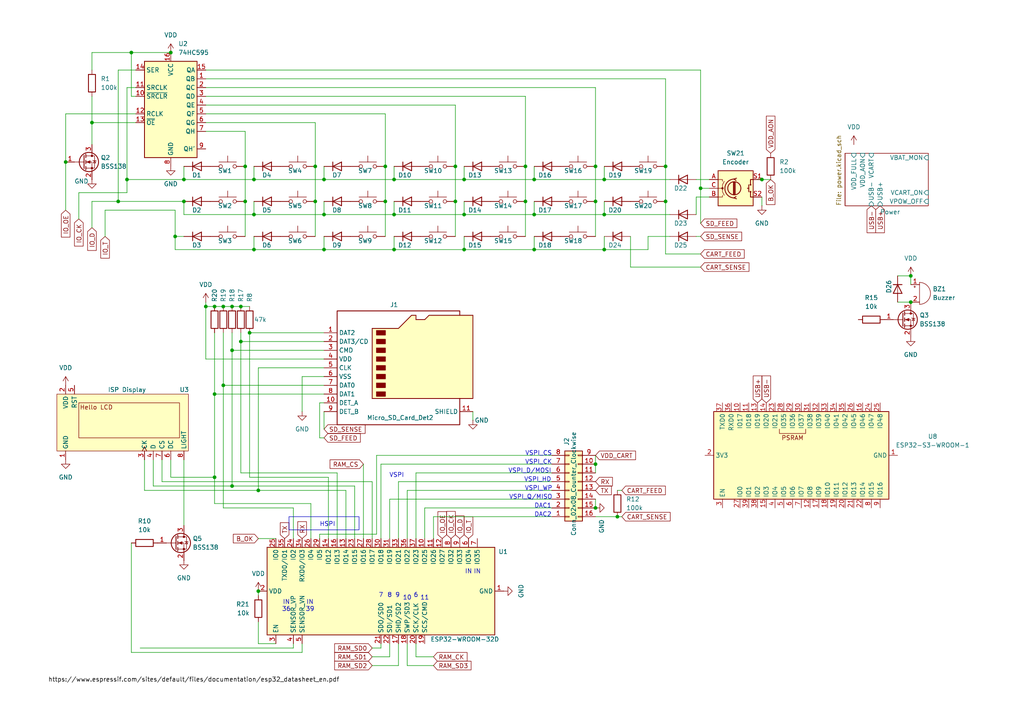
<source format=kicad_sch>
(kicad_sch (version 20231120) (generator "eeschema") (generator_version "8.0")
  (paper "A4")
  (title_block (title "Main"))
  (junction (at 114.3 72.39))
  (junction (at 152.4 58.42))
  (junction (at 73.66 62.23))
  (junction (at 175.26 52.07))
  (junction (at 114.3 52.07))
  (junction (at 134.62 72.39))
  (junction (at 64.77 111.76))
  (junction (at 264.16 80.01))
  (junction (at 134.62 52.07))
  (junction (at 111.76 48.26))
  (junction (at 73.66 72.39))
  (junction (at 62.23 88.9))
  (junction (at 154.94 72.39))
  (junction (at 172.72 58.42))
  (junction (at 64.77 88.9))
  (junction (at 172.72 147.32))
  (junction (at 67.31 101.6))
  (junction (at 74.93 142.24))
  (junction (at 93.98 72.39))
  (junction (at 175.26 72.39))
  (junction (at 203.2 54.61))
  (junction (at 69.85 88.9))
  (junction (at 26.67 35.56))
  (junction (at 132.08 48.26))
  (junction (at 179.07 149.86))
  (junction (at 93.98 62.23))
  (junction (at 172.72 48.26))
  (junction (at 36.83 52.07))
  (junction (at 69.85 99.06))
  (junction (at 38.1 15.24))
  (junction (at 154.94 62.23))
  (junction (at 93.98 52.07))
  (junction (at 62.23 138.43))
  (junction (at 111.76 58.42))
  (junction (at 172.72 134.62))
  (junction (at 264.16 87.63))
  (junction (at 220.98 52.07))
  (junction (at 67.31 140.97))
  (junction (at 49.53 15.24))
  (junction (at 114.3 62.23))
  (junction (at 19.05 46.99))
  (junction (at 59.69 88.9))
  (junction (at 193.04 58.42))
  (junction (at 72.39 96.52))
  (junction (at 34.29 58.42))
  (junction (at 71.12 58.42))
  (junction (at 175.26 62.23))
  (junction (at 193.04 48.26))
  (junction (at 67.31 88.9))
  (junction (at 73.66 52.07))
  (junction (at 91.44 58.42))
  (junction (at 62.23 114.3))
  (junction (at 91.44 48.26))
  (junction (at 132.08 58.42))
  (junction (at 154.94 52.07))
  (junction (at 74.93 171.45))
  (junction (at 53.34 52.07))
  (junction (at 50.8 68.58))
  (junction (at 71.12 48.26))
  (junction (at 152.4 48.26))
  (junction (at 134.62 62.23))
  (junction (at 53.34 58.42))
  (wire (pts (xy 91.44 48.26) (xy 91.44 58.42)))
  (wire (pts (xy 34.29 20.32) (xy 39.37 20.32)))
  (wire (pts (xy 46.99 139.7) (xy 107.95 139.7)))
  (wire (pts (xy 38.1 189.23) (xy 87.63 189.23)))
  (wire (pts (xy 123.19 156.21) (xy 123.19 147.32)))
  (wire (pts (xy 74.93 171.45) (xy 74.93 172.72)))
  (wire (pts (xy 38.1 27.94) (xy 38.1 15.24)))
  (wire (pts (xy 172.72 132.08) (xy 172.72 134.62)))
  (wire (pts (xy 154.94 52.07) (xy 154.94 48.26)))
  (wire (pts (xy 67.31 88.9) (xy 69.85 88.9)))
  (wire (pts (xy 134.62 52.07) (xy 134.62 48.26)))
  (wire (pts (xy 132.08 58.42) (xy 132.08 68.58)))
  (wire (pts (xy 53.34 133.35) (xy 53.34 152.4)))
  (wire (pts (xy 172.72 149.86) (xy 179.07 149.86)))
  (wire (pts (xy 93.98 101.6) (xy 67.31 101.6)))
  (wire (pts (xy 72.39 96.52) (xy 72.39 138.43)))
  (wire (pts (xy 114.3 62.23) (xy 93.98 62.23)))
  (wire (pts (xy 111.76 48.26) (xy 111.76 58.42)))
  (wire (pts (xy 132.08 30.48) (xy 132.08 48.26)))
  (wire (pts (xy 160.02 137.16) (xy 120.65 137.16)))
  (wire (pts (xy 118.11 142.24) (xy 118.11 156.21)))
  (wire (pts (xy 26.67 66.04) (xy 26.67 58.42)))
  (wire (pts (xy 73.66 62.23) (xy 53.34 62.23)))
  (wire (pts (xy 115.57 139.7) (xy 115.57 156.21)))
  (wire (pts (xy 125.73 156.21) (xy 125.73 149.86)))
  (wire (pts (xy 193.04 58.42) (xy 193.04 73.66)))
  (wire (pts (xy 125.73 149.86) (xy 160.02 149.86)))
  (wire (pts (xy 175.26 52.07) (xy 175.26 48.26)))
  (wire (pts (xy 92.71 127) (xy 93.98 127)))
  (wire (pts (xy 59.69 88.9) (xy 59.69 87.63)))
  (wire (pts (xy 41.91 142.24) (xy 74.93 142.24)))
  (wire (pts (xy 44.45 140.97) (xy 67.31 140.97)))
  (wire (pts (xy 73.66 72.39) (xy 93.98 72.39)))
  (wire (pts (xy 193.04 22.86) (xy 193.04 48.26)))
  (wire (pts (xy 41.91 133.35) (xy 41.91 142.24)))
  (wire (pts (xy 93.98 72.39) (xy 93.98 68.58)))
  (wire (pts (xy 64.77 111.76) (xy 64.77 96.52)))
  (wire (pts (xy 91.44 58.42) (xy 91.44 68.58)))
  (wire (pts (xy 59.69 27.94) (xy 152.4 27.94)))
  (wire (pts (xy 93.98 106.68) (xy 74.93 106.68)))
  (wire (pts (xy 175.26 72.39) (xy 175.26 68.58)))
  (wire (pts (xy 120.65 137.16) (xy 120.65 156.21)))
  (wire (pts (xy 182.88 68.58) (xy 182.88 77.47)))
  (wire (pts (xy 30.48 60.96) (xy 30.48 68.58)))
  (wire (pts (xy 93.98 111.76) (xy 64.77 111.76)))
  (wire (pts (xy 152.4 58.42) (xy 152.4 68.58)))
  (wire (pts (xy 172.72 134.62) (xy 172.72 137.16)))
  (wire (pts (xy 73.66 52.07) (xy 93.98 52.07)))
  (wire (pts (xy 34.29 58.42) (xy 34.29 20.32)))
  (wire (pts (xy 73.66 72.39) (xy 73.66 68.58)))
  (wire (pts (xy 134.62 52.07) (xy 154.94 52.07)))
  (wire (pts (xy 180.34 142.24) (xy 179.07 142.24)))
  (wire (pts (xy 91.44 35.56) (xy 91.44 48.26)))
  (wire (pts (xy 175.26 62.23) (xy 194.31 62.23)))
  (wire (pts (xy 160.02 132.08) (xy 109.22 132.08)))
  (wire (pts (xy 118.11 193.04) (xy 118.11 186.69)))
  (wire (pts (xy 39.37 27.94) (xy 38.1 27.94)))
  (wire (pts (xy 26.67 35.56) (xy 26.67 41.91)))
  (wire (pts (xy 59.69 30.48) (xy 132.08 30.48)))
  (wire (pts (xy 114.3 52.07) (xy 134.62 52.07)))
  (wire (pts (xy 38.1 157.48) (xy 38.1 189.23)))
  (wire (pts (xy 154.94 72.39) (xy 175.26 72.39)))
  (wire (pts (xy 30.48 60.96) (xy 50.8 60.96)))
  (wire (pts (xy 64.77 88.9) (xy 67.31 88.9)))
  (wire (pts (xy 187.96 68.58) (xy 194.31 68.58)))
  (wire (pts (xy 46.99 133.35) (xy 46.99 139.7)))
  (wire (pts (xy 175.26 58.42) (xy 175.26 62.23)))
  (wire (pts (xy 201.93 57.15) (xy 205.74 57.15)))
  (wire (pts (xy 111.76 58.42) (xy 111.76 68.58)))
  (wire (pts (xy 203.2 20.32) (xy 59.69 20.32)))
  (wire (pts (xy 134.62 72.39) (xy 154.94 72.39)))
  (wire (pts (xy 114.3 52.07) (xy 114.3 48.26)))
  (wire (pts (xy 203.2 54.61) (xy 203.2 64.77)))
  (wire (pts (xy 64.77 147.32) (xy 85.09 147.32)))
  (wire (pts (xy 260.35 80.01) (xy 264.16 80.01)))
  (wire (pts (xy 72.39 138.43) (xy 95.25 138.43)))
  (wire (pts (xy 97.79 156.21) (xy 97.79 137.16)))
  (wire (pts (xy 100.33 142.24) (xy 100.33 156.21)))
  (wire (pts (xy 105.41 134.62) (xy 105.41 156.21)))
  (wire (pts (xy 59.69 88.9) (xy 62.23 88.9)))
  (wire (pts (xy 69.85 137.16) (xy 69.85 99.06)))
  (wire (pts (xy 111.76 33.02) (xy 111.76 48.26)))
  (wire (pts (xy 95.25 138.43) (xy 95.25 156.21)))
  (wire (pts (xy 62.23 138.43) (xy 62.23 146.05)))
  (wire (pts (xy 114.3 72.39) (xy 114.3 68.58)))
  (wire (pts (xy 92.71 154.94) (xy 92.71 156.21)))
  (wire (pts (xy 203.2 68.58) (xy 201.93 68.58)))
  (wire (pts (xy 50.8 60.96) (xy 50.8 68.58)))
  (wire (pts (xy 69.85 96.52) (xy 69.85 99.06)))
  (wire (pts (xy 49.53 15.24) (xy 38.1 15.24)))
  (wire (pts (xy 205.74 54.61) (xy 203.2 54.61)))
  (wire (pts (xy 71.12 58.42) (xy 71.12 68.58)))
  (wire (pts (xy 109.22 154.94) (xy 92.71 154.94)))
  (wire (pts (xy 72.39 96.52) (xy 93.98 96.52)))
  (wire (pts (xy 34.29 58.42) (xy 53.34 58.42)))
  (wire (pts (xy 201.93 52.07) (xy 205.74 52.07)))
  (wire (pts (xy 172.72 58.42) (xy 172.72 68.58)))
  (wire (pts (xy 92.71 127) (xy 92.71 116.84)))
  (wire (pts (xy 74.93 142.24) (xy 100.33 142.24)))
  (wire (pts (xy 97.79 137.16) (xy 69.85 137.16)))
  (wire (pts (xy 67.31 101.6) (xy 67.31 96.52)))
  (wire (pts (xy 113.03 190.5) (xy 113.03 186.69)))
  (wire (pts (xy 115.57 193.04) (xy 115.57 186.69)))
  (wire (pts (xy 67.31 140.97) (xy 102.87 140.97)))
  (wire (pts (xy 69.85 88.9) (xy 72.39 88.9)))
  (wire (pts (xy 110.49 134.62) (xy 110.49 156.21)))
  (wire (pts (xy 107.95 190.5) (xy 113.03 190.5)))
  (wire (pts (xy 87.63 109.22) (xy 93.98 109.22)))
  (wire (pts (xy 71.12 38.1) (xy 71.12 48.26)))
  (wire (pts (xy 19.05 60.96) (xy 19.05 46.99)))
  (wire (pts (xy 109.22 132.08) (xy 109.22 154.94)))
  (wire (pts (xy 87.63 189.23) (xy 87.63 186.69)))
  (wire (pts (xy 93.98 99.06) (xy 69.85 99.06)))
  (wire (pts (xy 134.62 62.23) (xy 134.62 58.42)))
  (wire (pts (xy 93.98 114.3) (xy 62.23 114.3)))
  (wire (pts (xy 19.05 33.02) (xy 19.05 46.99)))
  (wire (pts (xy 26.67 58.42) (xy 34.29 58.42)))
  (wire (pts (xy 40.64 187.96) (xy 85.09 187.96)))
  (wire (pts (xy 114.3 72.39) (xy 134.62 72.39)))
  (wire (pts (xy 59.69 25.4) (xy 172.72 25.4)))
  (wire (pts (xy 93.98 62.23) (xy 93.98 58.42)))
  (wire (pts (xy 137.16 121.92) (xy 137.16 119.38)))
  (wire (pts (xy 74.93 180.34) (xy 74.93 186.69)))
  (wire (pts (xy 71.12 48.26) (xy 71.12 58.42)))
  (wire (pts (xy 85.09 187.96) (xy 85.09 186.69)))
  (wire (pts (xy 36.83 25.4) (xy 39.37 25.4)))
  (wire (pts (xy 160.02 134.62) (xy 110.49 134.62)))
  (wire (pts (xy 175.26 72.39) (xy 187.96 72.39)))
  (wire (pts (xy 62.23 114.3) (xy 62.23 138.43)))
  (wire (pts (xy 59.69 22.86) (xy 193.04 22.86)))
  (wire (pts (xy 73.66 52.07) (xy 73.66 48.26)))
  (wire (pts (xy 113.03 144.78) (xy 113.03 156.21)))
  (wire (pts (xy 264.16 80.01) (xy 264.16 82.55)))
  (wire (pts (xy 22.86 63.5) (xy 22.86 55.88)))
  (wire (pts (xy 154.94 52.07) (xy 175.26 52.07)))
  (wire (pts (xy 125.73 190.5) (xy 120.65 190.5)))
  (wire (pts (xy 154.94 62.23) (xy 134.62 62.23)))
  (wire (pts (xy 134.62 62.23) (xy 114.3 62.23)))
  (wire (pts (xy 36.83 52.07) (xy 53.34 52.07)))
  (wire (pts (xy 93.98 104.14) (xy 59.69 104.14)))
  (wire (pts (xy 50.8 68.58) (xy 50.8 72.39)))
  (wire (pts (xy 123.19 147.32) (xy 160.02 147.32)))
  (wire (pts (xy 160.02 144.78) (xy 113.03 144.78)))
  (wire (pts (xy 175.26 52.07) (xy 194.31 52.07)))
  (wire (pts (xy 203.2 77.47) (xy 182.88 77.47)))
  (wire (pts (xy 50.8 68.58) (xy 53.34 68.58)))
  (wire (pts (xy 193.04 73.66) (xy 203.2 73.66)))
  (wire (pts (xy 154.94 62.23) (xy 154.94 58.42)))
  (wire (pts (xy 107.95 156.21) (xy 107.95 139.7)))
  (wire (pts (xy 62.23 146.05) (xy 90.17 146.05)))
  (wire (pts (xy 26.67 35.56) (xy 39.37 35.56)))
  (wire (pts (xy 64.77 111.76) (xy 64.77 147.32)))
  (wire (pts (xy 44.45 133.35) (xy 44.45 140.97)))
  (wire (pts (xy 152.4 48.26) (xy 152.4 58.42)))
  (wire (pts (xy 59.69 38.1) (xy 71.12 38.1)))
  (wire (pts (xy 132.08 48.26) (xy 132.08 58.42)))
  (wire (pts (xy 179.07 149.86) (xy 180.34 149.86)))
  (wire (pts (xy 172.72 144.78) (xy 172.72 147.32)))
  (wire (pts (xy 219.71 52.07) (xy 220.98 52.07)))
  (wire (pts (xy 62.23 88.9) (xy 64.77 88.9)))
  (wire (pts (xy 62.23 114.3) (xy 62.23 96.52)))
  (wire (pts (xy 49.53 138.43) (xy 62.23 138.43)))
  (wire (pts (xy 59.69 33.02) (xy 111.76 33.02)))
  (wire (pts (xy 120.65 190.5) (xy 120.65 186.69)))
  (wire (pts (xy 59.69 104.14) (xy 59.69 88.9)))
  (wire (pts (xy 26.67 27.94) (xy 26.67 35.56)))
  (wire (pts (xy 53.34 48.26) (xy 53.34 52.07)))
  (wire (pts (xy 93.98 62.23) (xy 73.66 62.23)))
  (wire (pts (xy 74.93 106.68) (xy 74.93 142.24)))
  (wire (pts (xy 22.86 55.88) (xy 36.83 55.88)))
  (wire (pts (xy 93.98 52.07) (xy 114.3 52.07)))
  (wire (pts (xy 85.09 147.32) (xy 85.09 156.21)))
  (wire (pts (xy 125.73 193.04) (xy 118.11 193.04)))
  (wire (pts (xy 220.98 59.69) (xy 220.98 57.15)))
  (wire (pts (xy 203.2 54.61) (xy 203.2 20.32)))
  (wire (pts (xy 26.67 15.24) (xy 26.67 20.32)))
  (wire (pts (xy 260.35 87.63) (xy 264.16 87.63)))
  (wire (pts (xy 172.72 48.26) (xy 172.72 58.42)))
  (wire (pts (xy 49.53 133.35) (xy 49.53 138.43)))
  (wire (pts (xy 93.98 72.39) (xy 114.3 72.39)))
  (wire (pts (xy 152.4 27.94) (xy 152.4 48.26)))
  (wire (pts (xy 107.95 193.04) (xy 115.57 193.04)))
  (wire (pts (xy 53.34 52.07) (xy 73.66 52.07)))
  (wire (pts (xy 172.72 25.4) (xy 172.72 48.26)))
  (wire (pts (xy 36.83 55.88) (xy 36.83 52.07)))
  (wire (pts (xy 38.1 15.24) (xy 26.67 15.24)))
  (wire (pts (xy 154.94 68.58) (xy 154.94 72.39)))
  (wire (pts (xy 93.98 124.46) (xy 93.98 119.38)))
  (wire (pts (xy 193.04 48.26) (xy 193.04 58.42)))
  (wire (pts (xy 160.02 139.7) (xy 115.57 139.7)))
  (wire (pts (xy 36.83 25.4) (xy 36.83 52.07)))
  (wire (pts (xy 187.96 72.39) (xy 187.96 68.58)))
  (wire (pts (xy 134.62 72.39) (xy 134.62 68.58)))
  (wire (pts (xy 160.02 142.24) (xy 118.11 142.24)))
  (wire (pts (xy 53.34 62.23) (xy 53.34 58.42)))
  (wire (pts (xy 107.95 187.96) (xy 110.49 187.96)))
  (wire (pts (xy 87.63 109.22) (xy 87.63 119.38)))
  (wire (pts (xy 93.98 52.07) (xy 93.98 48.26)))
  (wire (pts (xy 175.26 62.23) (xy 154.94 62.23)))
  (wire (pts (xy 90.17 146.05) (xy 90.17 156.21)))
  (wire (pts (xy 73.66 62.23) (xy 73.66 58.42)))
  (wire (pts (xy 114.3 62.23) (xy 114.3 58.42)))
  (wire (pts (xy 50.8 72.39) (xy 73.66 72.39)))
  (wire (pts (xy 201.93 62.23) (xy 201.93 57.15)))
  (wire (pts (xy 110.49 187.96) (xy 110.49 186.69)))
  (wire (pts (xy 74.93 156.21) (xy 80.01 156.21)))
  (wire (pts (xy 39.37 33.02) (xy 19.05 33.02)))
  (wire (pts (xy 220.98 52.07) (xy 223.52 52.07)))
  (wire (pts (xy 67.31 101.6) (xy 67.31 140.97)))
  (wire (pts (xy 102.87 140.97) (xy 102.87 156.21)))
  (wire (pts (xy 92.71 116.84) (xy 93.98 116.84)))
  (wire (pts (xy 59.69 35.56) (xy 91.44 35.56)))
  (wire (pts (xy 80.01 186.69) (xy 74.93 186.69)))
  (rectangle (start 83.82 149.86) (end 104.14 153.67))
  (text "IN" (at 138.43 165.862 0) (effects (font (size 1.27 1.27))))
  (text "DAC1\n" (at 157.48 146.812 0) (effects (font (size 1.27 1.27))))
  (text "IN" (at 89.916 174.752 0) (effects (font (size 1.27 1.27))))
  (text "VSPI_CS\n" (at 156.21 131.572 0) (effects (font (size 1.27 1.27))))
  (text "IN" (at 83.058 174.752 0) (effects (font (size 1.27 1.27))))
  (text "VSPI_WP\n\n" (at 156.21 142.748 0) (effects (font (size 1.27 1.27))))
  (text "6\n" (at 120.65 172.72 0) (effects (font (size 1.27 1.27))))
  (text "VSPI_HD\n\n\n" (at 155.956 141.224 0) (effects (font (size 1.27 1.27))))
  (text "VSPI" (at 115.062 137.922 0) (effects (font (size 1.27 1.27))))
  (text "IN" (at 135.89 165.862 0) (effects (font (size 1.27 1.27))))
  (text "HSPI" (at 94.996 152.146 0) (effects (font (size 1.27 1.27))))
  (text "VSPI_D/MOSI\n" (at 153.67 136.652 0) (effects (font (size 1.27 1.27))))
  (text "VSPI_CK\n" (at 156.21 134.112 0) (effects (font (size 1.27 1.27))))
  (text "DAC2\n" (at 157.48 149.352 0) (effects (font (size 1.27 1.27))))
  (text "VSPI_Q/MISO\n\n" (at 153.924 145.288 0) (effects (font (size 1.27 1.27))))
  (text "8\n" (at 113.03 172.72 0) (effects (font (size 1.27 1.27))))
  (text "11" (at 123.19 173.482 0) (effects (font (size 1.27 1.27))))
  (text "7\n" (at 110.49 172.72 0) (effects (font (size 1.27 1.27))))
  (text "9" (at 115.316 172.72 0) (effects (font (size 1.27 1.27))))
  (text "36\n" (at 83.058 176.784 0) (effects (font (size 1.27 1.27))))
  (text "10" (at 118.11 173.482 0) (effects (font (size 1.27 1.27))))
  (text "39\n" (at 89.916 176.784 0) (effects (font (size 1.27 1.27))))
  (label "https:{slash}{slash}www.espressif.com{slash}sites{slash}default{slash}files{slash}documentation{slash}esp32_datasheet_en.pdf" (at 13.97 198.12 0))
  (global_label "IO_D" (shape input) (at 26.67 66.04 270) (property "Intersheetrefs" "${INTERSHEET_REFS}" (effects (hide yes))))
  (global_label "RAM_SD0" (shape input) (at 107.95 187.96 180) (property "Intersheetrefs" "${INTERSHEET_REFS}" (effects (hide yes))))
  (global_label "USB-" (shape input) (at 252.73 59.69 270) (property "Intersheetrefs" "${INTERSHEET_REFS}" (effects (hide yes))))
  (global_label "RAM_CS" (shape input) (at 105.41 134.62 180) (property "Intersheetrefs" "${INTERSHEET_REFS}" (effects (hide yes))))
  (global_label "VDD_CART" (shape input) (at 172.72 132.08 0) (property "Intersheetrefs" "${INTERSHEET_REFS}" (effects (hide yes))))
  (global_label "CART_FEED" (shape input) (at 180.34 142.24 0) (property "Intersheetrefs" "${INTERSHEET_REFS}" (effects (hide yes))))
  (global_label "IO_CK" (shape input) (at 130.81 156.21 90) (property "Intersheetrefs" "${INTERSHEET_REFS}" (effects (hide yes))))
  (global_label "TX" (shape input) (at 172.72 142.24 0) (property "Intersheetrefs" "${INTERSHEET_REFS}" (effects (hide yes))))
  (global_label "RAM_CK" (shape input) (at 125.73 190.5 0) (property "Intersheetrefs" "${INTERSHEET_REFS}" (effects (hide yes))))
  (global_label "RAM_SD2" (shape input) (at 107.95 193.04 180) (property "Intersheetrefs" "${INTERSHEET_REFS}" (effects (hide yes))))
  (global_label "RAM_SD1" (shape input) (at 107.95 190.5 180) (property "Intersheetrefs" "${INTERSHEET_REFS}" (effects (hide yes))))
  (global_label "B_OK" (shape input) (at 74.93 156.21 180) (property "Intersheetrefs" "${INTERSHEET_REFS}" (effects (hide yes))))
  (global_label "SD_SENSE" (shape input) (at 93.98 124.46 0) (property "Intersheetrefs" "${INTERSHEET_REFS}" (effects (hide yes))))
  (global_label "B_OK" (shape input) (at 223.52 52.07 270) (property "Intersheetrefs" "${INTERSHEET_REFS}" (effects (hide yes))))
  (global_label "IO_CK" (shape input) (at 22.86 63.5 270) (property "Intersheetrefs" "${INTERSHEET_REFS}" (effects (hide yes))))
  (global_label "USB-" (shape input) (at 222.25 116.84 90) (property "Intersheetrefs" "${INTERSHEET_REFS}" (effects (hide yes))))
  (global_label "SD_FEED" (shape input) (at 93.98 127 0) (property "Intersheetrefs" "${INTERSHEET_REFS}" (effects (hide yes))))
  (global_label "IO_T" (shape input) (at 30.48 68.58 270) (property "Intersheetrefs" "${INTERSHEET_REFS}" (effects (hide yes))))
  (global_label "SD_SENSE" (shape input) (at 203.2 68.58 0) (property "Intersheetrefs" "${INTERSHEET_REFS}" (effects (hide yes))))
  (global_label "VDD_AON" (shape input) (at 223.52 44.45 90) (property "Intersheetrefs" "${INTERSHEET_REFS}" (effects (hide yes))))
  (global_label "IO_T" (shape input) (at 135.89 156.21 90) (property "Intersheetrefs" "${INTERSHEET_REFS}" (effects (hide yes))))
  (global_label "TX" (shape input) (at 82.55 156.21 90) (property "Intersheetrefs" "${INTERSHEET_REFS}" (effects (hide yes))))
  (global_label "IO_D" (shape input) (at 133.35 156.21 90) (property "Intersheetrefs" "${INTERSHEET_REFS}" (effects (hide yes))))
  (global_label "USB+" (shape input) (at 255.27 59.69 270) (property "Intersheetrefs" "${INTERSHEET_REFS}" (effects (hide yes))))
  (global_label "CART_SENSE" (shape input) (at 203.2 77.47 0) (property "Intersheetrefs" "${INTERSHEET_REFS}" (effects (hide yes))))
  (global_label "RX" (shape input) (at 87.63 156.21 90) (property "Intersheetrefs" "${INTERSHEET_REFS}" (effects (hide yes))))
  (global_label "CART_SENSE" (shape input) (at 180.34 149.86 0) (property "Intersheetrefs" "${INTERSHEET_REFS}" (effects (hide yes))))
  (global_label "CART_FEED" (shape input) (at 203.2 73.66 0) (property "Intersheetrefs" "${INTERSHEET_REFS}" (effects (hide yes))))
  (global_label "RX" (shape input) (at 172.72 139.7 0) (property "Intersheetrefs" "${INTERSHEET_REFS}" (effects (hide yes))))
  (global_label "IO_OE" (shape input) (at 128.27 156.21 90) (property "Intersheetrefs" "${INTERSHEET_REFS}" (effects (hide yes))))
  (global_label "SD_FEED" (shape input) (at 203.2 64.77 0) (property "Intersheetrefs" "${INTERSHEET_REFS}" (effects (hide yes))))
  (global_label "IO_OE" (shape input) (at 19.05 60.96 270) (property "Intersheetrefs" "${INTERSHEET_REFS}" (effects (hide yes))))
  (global_label "USB+" (shape input) (at 219.71 116.84 90) (property "Intersheetrefs" "${INTERSHEET_REFS}" (effects (hide yes))))
  (global_label "RAM_SD3" (shape input) (at 125.73 193.04 0) (property "Intersheetrefs" "${INTERSHEET_REFS}" (effects (hide yes))))
  (symbol (lib_id "Switch:SW_Push") (at 147.32 68.58 0) (unit 1)
    (property "Reference" "SW15" (at 148.59 69.85 0) (effects (justify right)))
    (property "Value" "SW_Push" (effects (hide yes)))
    (property "Footprint" "footprints:Combo_MechanicalSwitch" (effects (hide yes)))
    (property "Description" "Push button switch, generic, two pins" (effects (hide yes)))
  )
  (symbol (lib_id "power:VDD") (at 19.05 111.76 0) (unit 1)
    (property "Reference" "#PWR029" (effects (hide yes)))
    (property "Value" "VDD" (at 19.05 106.68 0))
    (property "Description" "Power symbol creates a global label with name \"VDD\"" (effects (hide yes)))
  )
  (symbol (lib_id "power:GND") (at 49.53 48.26 0) (unit 1)
    (property "Reference" "#PWR03" (effects (hide yes)))
    (property "Value" "GND" (at 49.53 53.34 0))
    (property "Description" "Power symbol creates a global label with name \"GND\" , ground" (effects (hide yes)))
  )
  (symbol (lib_id "Device:D") (at 179.07 68.58 0) (unit 1)
    (property "Reference" "D24" (at 180.34 71.12 0) (effects (justify right)))
    (property "Value" "D" (effects (hide yes)))
    (property "Footprint" "Diode_SMD:D_0805_2012Metric_Pad1.15x1.40mm_HandSolder" (effects (hide yes)))
    (property "Description" "Diode" (effects (hide yes)))
    (property "Sim.Device" "D" (effects (hide yes)))
    (property "Sim.Pins" "1=K 2=A" (effects (hide yes)))
  )
  (symbol (lib_id "Device:D") (at 179.07 48.26 0) (unit 1)
    (property "Reference" "D19" (at 180.34 50.8 0) (effects (justify right)))
    (property "Value" "D" (effects (hide yes)))
    (property "Footprint" "Diode_SMD:D_0805_2012Metric_Pad1.15x1.40mm_HandSolder" (effects (hide yes)))
    (property "Description" "Diode" (effects (hide yes)))
    (property "Sim.Device" "D" (effects (hide yes)))
    (property "Sim.Pins" "1=K 2=A" (effects (hide yes)))
  )
  (symbol (lib_id "Device:D") (at 138.43 58.42 0) (unit 1)
    (property "Reference" "D14" (at 139.7 60.96 0) (effects (justify right)))
    (property "Value" "D" (effects (hide yes)))
    (property "Footprint" "Diode_SMD:D_0805_2012Metric_Pad1.15x1.40mm_HandSolder" (effects (hide yes)))
    (property "Description" "Diode" (effects (hide yes)))
    (property "Sim.Device" "D" (effects (hide yes)))
    (property "Sim.Pins" "1=K 2=A" (effects (hide yes)))
  )
  (symbol (lib_id "Transistor_FET:BSS138") (at 50.8 157.48 0) (unit 1)
    (property "Reference" "Q5" (at 55.88 156.21 0) (effects (justify left)))
    (property "Value" "BSS138" (at 55.88 158.75 0) (effects (justify left)))
    (property "Footprint" "Package_TO_SOT_SMD:SOT-23" (effects (hide yes)))
    (property "Datasheet" "https://www.onsemi.com/pub/Collateral/BSS138-D.PDF" (effects (hide yes)))
    (property "Description" "50V Vds, 0.22A Id, N-Channel MOSFET, SOT-23" (effects (hide yes)))
  )
  (symbol (lib_id "Device:D") (at 97.79 68.58 0) (unit 1)
    (property "Reference" "D9" (at 99.06 71.12 0) (effects (justify right)))
    (property "Value" "D" (effects (hide yes)))
    (property "Footprint" "Diode_SMD:D_0805_2012Metric_Pad1.15x1.40mm_HandSolder" (effects (hide yes)))
    (property "Description" "Diode" (effects (hide yes)))
    (property "Sim.Device" "D" (effects (hide yes)))
    (property "Sim.Pins" "1=K 2=A" (effects (hide yes)))
  )
  (symbol (lib_id "Device:D") (at 97.79 48.26 0) (unit 1)
    (property "Reference" "D7" (at 99.06 50.8 0) (effects (justify right)))
    (property "Value" "D" (effects (hide yes)))
    (property "Footprint" "Diode_SMD:D_0805_2012Metric_Pad1.15x1.40mm_HandSolder" (effects (hide yes)))
    (property "Description" "Diode" (effects (hide yes)))
    (property "Sim.Device" "D" (effects (hide yes)))
    (property "Sim.Pins" "1=K 2=A" (effects (hide yes)))
  )
  (symbol (lib_id "Switch:SW_Push") (at 106.68 68.58 0) (unit 1)
    (property "Reference" "SW9" (at 107.95 69.85 0) (effects (justify right)))
    (property "Value" "SW_Push" (effects (hide yes)))
    (property "Footprint" "footprints:Combo_MechanicalSwitch" (effects (hide yes)))
    (property "Description" "Push button switch, generic, two pins" (effects (hide yes)))
  )
  (symbol (lib_id "power:VDD") (at 59.69 87.63 0) (unit 1)
    (property "Reference" "#PWR025" (effects (hide yes)))
    (property "Value" "VDD" (at 59.69 82.55 0))
    (property "Description" "Power symbol creates a global label with name \"VDD\"" (effects (hide yes)))
  )
  (symbol (lib_id "Switch:SW_Push") (at 106.68 48.26 0) (unit 1)
    (property "Reference" "SW7" (at 107.95 49.53 0) (effects (justify right)))
    (property "Value" "SW_Push" (effects (hide yes)))
    (property "Footprint" "footprints:Combo_MechanicalSwitch" (effects (hide yes)))
    (property "Description" "Push button switch, generic, two pins" (effects (hide yes)))
  )
  (symbol (lib_id "Device:R") (at 72.39 92.71 0) (unit 1)
    (property "Reference" "R8" (at 72.39 87.63 90) (effects (justify left)))
    (property "Value" "47k" (at 73.66 92.71 0) (effects (justify left)))
    (property "Footprint" "Resistor_SMD:R_0805_2012Metric_Pad1.20x1.40mm_HandSolder" (effects (hide yes)))
    (property "Description" "Resistor" (effects (hide yes)))
  )
  (symbol (lib_id "Device:Buzzer") (at 266.7 85.09 0) (unit 1)
    (property "Reference" "BZ1" (at 270.51 83.82 0) (effects (justify left)))
    (property "Value" "Buzzer" (at 270.51 86.36 0) (effects (justify left)))
    (property "Footprint" "Buzzer_Beeper:MagneticBuzzer_CUI_CMT-8504-100-SMT" (effects (hide yes)))
    (property "Description" "Buzzer, polarized" (effects (hide yes)))
  )
  (symbol (lib_id "Switch:SW_Push") (at 106.68 58.42 0) (unit 1)
    (property "Reference" "SW8" (at 107.95 59.69 0) (effects (justify right)))
    (property "Value" "SW_Push" (effects (hide yes)))
    (property "Footprint" "footprints:Combo_MechanicalSwitch" (effects (hide yes)))
    (property "Description" "Push button switch, generic, two pins" (effects (hide yes)))
  )
  (symbol (lib_id "Device:R") (at 41.91 157.48 90) (unit 1)
    (property "Reference" "R10" (at 41.91 151.13 90))
    (property "Value" "10k" (at 41.91 153.67 90))
    (property "Footprint" "Resistor_SMD:R_0805_2012Metric_Pad1.20x1.40mm_HandSolder" (effects (hide yes)))
    (property "Description" "Resistor" (effects (hide yes)))
  )
  (symbol (lib_id "Switch:SW_Push") (at 167.64 48.26 0) (unit 1)
    (property "Reference" "SW16" (at 168.91 49.53 0) (effects (justify right)))
    (property "Value" "SW_Push" (effects (hide yes)))
    (property "Footprint" "footprints:Combo_MechanicalSwitch" (effects (hide yes)))
    (property "Description" "Push button switch, generic, two pins" (effects (hide yes)))
  )
  (symbol (lib_id "Device:D") (at 57.15 48.26 0) (unit 1)
    (property "Reference" "D1" (at 58.42 50.8 0) (effects (justify right)))
    (property "Value" "D" (effects (hide yes)))
    (property "Footprint" "Diode_SMD:D_0805_2012Metric_Pad1.15x1.40mm_HandSolder" (effects (hide yes)))
    (property "Description" "Diode" (effects (hide yes)))
    (property "Sim.Device" "D" (effects (hide yes)))
    (property "Sim.Pins" "1=K 2=A" (effects (hide yes)))
  )
  (symbol (lib_id "Switch:SW_Push") (at 147.32 48.26 0) (unit 1)
    (property "Reference" "SW13" (at 148.59 49.53 0) (effects (justify right)))
    (property "Value" "SW_Push" (effects (hide yes)))
    (property "Footprint" "footprints:Combo_MechanicalSwitch" (effects (hide yes)))
    (property "Description" "Push button switch, generic, two pins" (effects (hide yes)))
  )
  (symbol (lib_id "power:GND") (at 26.67 52.07 0) (unit 1)
    (property "Reference" "#PWR01" (effects (hide yes)))
    (property "Value" "GND" (at 23.622 52.578 0))
    (property "Description" "Power symbol creates a global label with name \"GND\" , ground" (effects (hide yes)))
  )
  (symbol (lib_id "Device:D") (at 57.15 68.58 0) (unit 1)
    (property "Reference" "D3" (at 58.42 71.12 0) (effects (justify right)))
    (property "Value" "D" (effects (hide yes)))
    (property "Footprint" "Diode_SMD:D_0805_2012Metric_Pad1.15x1.40mm_HandSolder" (effects (hide yes)))
    (property "Description" "Diode" (effects (hide yes)))
    (property "Sim.Device" "D" (effects (hide yes)))
    (property "Sim.Pins" "1=K 2=A" (effects (hide yes)))
  )
  (symbol (lib_id "Switch:SW_Push") (at 66.04 68.58 0) (unit 1)
    (property "Reference" "SW3" (at 67.31 69.85 0) (effects (justify right)))
    (property "Value" "SW_Push" (effects (hide yes)))
    (property "Footprint" "footprints:Combo_MechanicalSwitch" (effects (hide yes)))
    (property "Description" "Push button switch, generic, two pins" (effects (hide yes)))
  )
  (symbol (lib_id "power:GND") (at 87.63 119.38 0) (mirror y) (unit 1)
    (property "Reference" "#PWR015" (effects (hide yes)))
    (property "Value" "GND" (at 87.63 124.46 0))
    (property "Description" "Power symbol creates a global label with name \"GND\" , ground" (effects (hide yes)))
  )
  (symbol (lib_id "Switch:SW_Push") (at 66.04 58.42 0) (unit 1)
    (property "Reference" "SW2" (at 67.31 59.69 0) (effects (justify right)))
    (property "Value" "SW_Push" (effects (hide yes)))
    (property "Footprint" "footprints:Combo_MechanicalSwitch" (effects (hide yes)))
    (property "Description" "Push button switch, generic, two pins" (effects (hide yes)))
  )
  (symbol (lib_id "power:VDD") (at 247.65 41.91 0) (unit 1)
    (property "Reference" "#PWR018" (effects (hide yes)))
    (property "Value" "VDD" (at 247.65 36.83 0))
    (property "Description" "Power symbol creates a global label with name \"VDD\"" (effects (hide yes)))
  )
  (symbol (lib_id "Device:D") (at 97.79 58.42 0) (unit 1)
    (property "Reference" "D8" (at 99.06 60.96 0) (effects (justify right)))
    (property "Value" "D" (effects (hide yes)))
    (property "Footprint" "Diode_SMD:D_0805_2012Metric_Pad1.15x1.40mm_HandSolder" (effects (hide yes)))
    (property "Description" "Diode" (effects (hide yes)))
    (property "Sim.Device" "D" (effects (hide yes)))
    (property "Sim.Pins" "1=K 2=A" (effects (hide yes)))
  )
  (symbol (lib_id "power:VDD") (at 49.53 15.24 0) (unit 1)
    (property "Reference" "#PWR02" (effects (hide yes)))
    (property "Value" "VDD" (at 49.53 10.16 0))
    (property "Description" "Power symbol creates a global label with name \"VDD\"" (effects (hide yes)))
  )
  (symbol (lib_id "Switch:SW_Push") (at 86.36 68.58 0) (unit 1)
    (property "Reference" "SW6" (at 87.63 69.85 0) (effects (justify right)))
    (property "Value" "SW_Push" (effects (hide yes)))
    (property "Footprint" "footprints:Combo_MechanicalSwitch" (effects (hide yes)))
    (property "Description" "Push button switch, generic, two pins" (effects (hide yes)))
  )
  (symbol (lib_id "Connector:Micro_SD_Card_Det2") (at 116.84 106.68 0) (unit 1)
    (property "Reference" "J1" (at 114.3 88.392 0))
    (property "Value" "Micro_SD_Card_Det2" (at 116.078 121.158 0))
    (property "Footprint" "footprints:microSD_Short_1" (effects (hide yes)))
    (property "Datasheet" "https://www.hirose.com/en/product/document?clcode=&productname=&series=DM3&documenttype=Catalog&lang=en&documentid=D49662_en" (effects (hide yes)))
    (property "Description" "Micro SD Card Socket with two card detection pins" (effects (hide yes)))
  )
  (symbol (lib_id "Device:R") (at 179.07 146.05 0) (mirror y) (unit 1)
    (property "Reference" "R12" (at 181.61 144.7799 0) (effects (justify right)))
    (property "Value" "100k" (at 181.61 147.3199 0) (effects (justify right)))
    (property "Footprint" "Resistor_SMD:R_0805_2012Metric_Pad1.20x1.40mm_HandSolder" (effects (hide yes)))
    (property "Description" "Resistor" (effects (hide yes)))
  )
  (symbol (lib_id "Device:R") (at 69.85 92.71 0) (unit 1)
    (property "Reference" "R17" (at 69.85 87.63 90) (effects (justify left)))
    (property "Value" "47k" (effects (hide yes)))
    (property "Footprint" "Resistor_SMD:R_0805_2012Metric_Pad1.20x1.40mm_HandSolder" (effects (hide yes)))
    (property "Description" "Resistor" (effects (hide yes)))
  )
  (symbol (lib_id "Switch:SW_Push") (at 187.96 58.42 0) (unit 1)
    (property "Reference" "SW20" (at 189.23 59.69 0) (effects (justify right)))
    (property "Value" "SW_Push" (effects (hide yes)))
    (property "Footprint" "footprints:Combo_MechanicalSwitch" (effects (hide yes)))
    (property "Description" "Push button switch, generic, two pins" (effects (hide yes)))
  )
  (symbol (lib_id "power:VDD") (at 74.93 171.45 0) (unit 1)
    (property "Reference" "#PWR019" (effects (hide yes)))
    (property "Value" "VDD" (at 74.93 166.37 0))
    (property "Description" "Power symbol creates a global label with name \"VDD\"" (effects (hide yes)))
  )
  (symbol (lib_id "power:GND") (at 146.05 171.45 90) (unit 1)
    (property "Reference" "#PWR07" (effects (hide yes)))
    (property "Value" "GND" (at 151.13 171.45 0))
    (property "Description" "Power symbol creates a global label with name \"GND\" , ground" (effects (hide yes)))
  )
  (symbol (lib_id "Switch:SW_Push") (at 86.36 58.42 0) (unit 1)
    (property "Reference" "SW5" (at 87.63 59.69 0) (effects (justify right)))
    (property "Value" "SW_Push" (effects (hide yes)))
    (property "Footprint" "footprints:Combo_MechanicalSwitch" (effects (hide yes)))
    (property "Description" "Push button switch, generic, two pins" (effects (hide yes)))
  )
  (symbol (lib_id "Device:D") (at 198.12 68.58 0) (unit 1)
    (property "Reference" "D25" (at 199.39 71.12 0) (effects (justify right)))
    (property "Value" "D" (effects (hide yes)))
    (property "Footprint" "Diode_SMD:D_0805_2012Metric_Pad1.15x1.40mm_HandSolder" (effects (hide yes)))
    (property "Description" "Diode" (effects (hide yes)))
    (property "Sim.Device" "D" (effects (hide yes)))
    (property "Sim.Pins" "1=K 2=A" (effects (hide yes)))
  )
  (symbol (lib_id "RF_Module:ESP32-S3-WROOM-1") (at 232.41 132.08 90) (unit 1)
    (property "Reference" "U8" (at 270.51 126.5838 90))
    (property "Value" "ESP32-S3-WROOM-1" (at 270.51 129.1238 90))
    (property "Footprint" "RF_Module:ESP32-S3-WROOM-1" (effects (hide yes)))
    (property "Datasheet" "https://www.espressif.com/sites/default/files/documentation/esp32-s3-wroom-1_wroom-1u_datasheet_en.pdf" (effects (hide yes)))
    (property "Description" "RF Module, ESP32-S3 SoC, Wi-Fi 802.11b/g/n, Bluetooth, BLE, 32-bit, 3.3V, onboard antenna, SMD" (effects (hide yes)))
  )
  (symbol (lib_id "Device:D") (at 198.12 52.07 0) (unit 1)
    (property "Reference" "D22" (at 199.39 54.61 0) (effects (justify right)))
    (property "Value" "D" (effects (hide yes)))
    (property "Footprint" "Diode_SMD:D_0805_2012Metric_Pad1.15x1.40mm_HandSolder" (effects (hide yes)))
    (property "Description" "Diode" (effects (hide yes)))
    (property "Sim.Device" "D" (effects (hide yes)))
    (property "Sim.Pins" "1=K 2=A" (effects (hide yes)))
  )
  (symbol (lib_id "Device:R") (at 26.67 24.13 0) (unit 1)
    (property "Reference" "R1" (at 29.21 22.86 0) (effects (justify left)))
    (property "Value" "100k" (at 29.21 25.4 0) (effects (justify left)))
    (property "Footprint" "Resistor_SMD:R_0805_2012Metric_Pad1.20x1.40mm_HandSolder" (effects (hide yes)))
    (property "Description" "Resistor" (effects (hide yes)))
  )
  (symbol (lib_id "Connector_Generic:Conn_02x08_Counter_Clockwise") (at 165.1 142.24 0) (mirror x) (unit 1)
    (property "Reference" "J2" (at 164.338 129.286 90) (effects (justify right)))
    (property "Value" "Conn_02x08_Counter_Clockwise" (at 166.37 155.448 90) (effects (justify right)))
    (property "Footprint" "Connector_JAE:JAE_LY20-16P-DLT1_2x08_P2.00mm_Horizontal" (effects (hide yes)))
    (property "Description" "Generic connector, double row, 02x08, counter clockwise pin numbering scheme (similar to DIP package numbering), script generated (kicad-library-utils/schlib/autogen/connector/)" (effects (hide yes)))
  )
  (symbol (lib_id "Device:D") (at 57.15 58.42 0) (unit 1)
    (property "Reference" "D2" (at 58.42 60.96 0) (effects (justify right)))
    (property "Value" "D" (effects (hide yes)))
    (property "Footprint" "Diode_SMD:D_0805_2012Metric_Pad1.15x1.40mm_HandSolder" (effects (hide yes)))
    (property "Description" "Diode" (effects (hide yes)))
    (property "Sim.Device" "D" (effects (hide yes)))
    (property "Sim.Pins" "1=K 2=A" (effects (hide yes)))
  )
  (symbol (lib_id "Device:D") (at 179.07 58.42 0) (unit 1)
    (property "Reference" "D20" (at 180.34 60.96 0) (effects (justify right)))
    (property "Value" "D" (effects (hide yes)))
    (property "Footprint" "Diode_SMD:D_0805_2012Metric_Pad1.15x1.40mm_HandSolder" (effects (hide yes)))
    (property "Description" "Diode" (effects (hide yes)))
    (property "Sim.Device" "D" (effects (hide yes)))
    (property "Sim.Pins" "1=K 2=A" (effects (hide yes)))
  )
  (symbol (lib_id "power:GND") (at 264.16 97.79 0) (unit 1)
    (property "Reference" "#PWR022" (effects (hide yes)))
    (property "Value" "GND" (at 264.16 102.87 0))
    (property "Description" "Power symbol creates a global label with name \"GND\" , ground" (effects (hide yes)))
  )
  (symbol (lib_id "Device:D") (at 77.47 58.42 0) (unit 1)
    (property "Reference" "D5" (at 78.74 60.96 0) (effects (justify right)))
    (property "Value" "D" (effects (hide yes)))
    (property "Footprint" "Diode_SMD:D_0805_2012Metric_Pad1.15x1.40mm_HandSolder" (effects (hide yes)))
    (property "Description" "Diode" (effects (hide yes)))
    (property "Sim.Device" "D" (effects (hide yes)))
    (property "Sim.Pins" "1=K 2=A" (effects (hide yes)))
  )
  (symbol (lib_id "Switch:SW_Push") (at 147.32 58.42 0) (unit 1)
    (property "Reference" "SW14" (at 148.59 59.69 0) (effects (justify right)))
    (property "Value" "SW_Push" (effects (hide yes)))
    (property "Footprint" "footprints:Combo_MechanicalSwitch" (effects (hide yes)))
    (property "Description" "Push button switch, generic, two pins" (effects (hide yes)))
  )
  (symbol (lib_id "Device:D") (at 118.11 58.42 0) (unit 1)
    (property "Reference" "D11" (at 119.38 60.96 0) (effects (justify right)))
    (property "Value" "D" (effects (hide yes)))
    (property "Footprint" "Diode_SMD:D_0805_2012Metric_Pad1.15x1.40mm_HandSolder" (effects (hide yes)))
    (property "Description" "Diode" (effects (hide yes)))
    (property "Sim.Device" "D" (effects (hide yes)))
    (property "Sim.Pins" "1=K 2=A" (effects (hide yes)))
  )
  (symbol (lib_id "Device:RotaryEncoder_Switch") (at 213.36 54.61 0) (unit 1)
    (property "Reference" "SW21" (at 213.36 44.45 0))
    (property "Value" "Encoder" (at 213.36 46.99 0))
    (property "Footprint" "Rotary_Encoder:RotaryEncoder_Alps_EC11E-Switch_Vertical_H20mm" (effects (hide yes)))
    (property "Description" "Rotary encoder, dual channel, incremental quadrate outputs, with switch" (effects (hide yes)))
  )
  (symbol (lib_id "Switch:SW_Push") (at 66.04 48.26 0) (unit 1)
    (property "Reference" "SW1" (at 67.31 49.53 0) (effects (justify right)))
    (property "Value" "SW_Push" (effects (hide yes)))
    (property "Footprint" "footprints:Combo_MechanicalSwitch" (effects (hide yes)))
    (property "Description" "Push button switch, generic, two pins" (effects (hide yes)))
  )
  (symbol (lib_id "Device:D") (at 118.11 68.58 0) (unit 1)
    (property "Reference" "D12" (at 119.38 71.12 0) (effects (justify right)))
    (property "Value" "D" (effects (hide yes)))
    (property "Footprint" "Diode_SMD:D_0805_2012Metric_Pad1.15x1.40mm_HandSolder" (effects (hide yes)))
    (property "Description" "Diode" (effects (hide yes)))
    (property "Sim.Device" "D" (effects (hide yes)))
    (property "Sim.Pins" "1=K 2=A" (effects (hide yes)))
  )
  (symbol (lib_id "power:GND") (at 19.05 133.35 0) (mirror y) (unit 1)
    (property "Reference" "#PWR023" (effects (hide yes)))
    (property "Value" "GND" (at 19.05 138.43 0))
    (property "Description" "Power symbol creates a global label with name \"GND\" , ground" (effects (hide yes)))
  )
  (symbol (lib_id "Device:D") (at 77.47 68.58 0) (unit 1)
    (property "Reference" "D6" (at 78.74 71.12 0) (effects (justify right)))
    (property "Value" "D" (effects (hide yes)))
    (property "Footprint" "Diode_SMD:D_0805_2012Metric_Pad1.15x1.40mm_HandSolder" (effects (hide yes)))
    (property "Description" "Diode" (effects (hide yes)))
    (property "Sim.Device" "D" (effects (hide yes)))
    (property "Sim.Pins" "1=K 2=A" (effects (hide yes)))
  )
  (symbol (lib_id "Device:R") (at 67.31 92.71 0) (unit 1)
    (property "Reference" "R18" (at 67.31 87.63 90) (effects (justify left)))
    (property "Value" "47k" (effects (hide yes)))
    (property "Footprint" "Resistor_SMD:R_0805_2012Metric_Pad1.20x1.40mm_HandSolder" (effects (hide yes)))
    (property "Description" "Resistor" (effects (hide yes)))
  )
  (symbol (lib_id "Device:D") (at 198.12 62.23 0) (unit 1)
    (property "Reference" "D23" (at 199.39 64.77 0) (effects (justify right)))
    (property "Value" "D" (effects (hide yes)))
    (property "Footprint" "Diode_SMD:D_0805_2012Metric_Pad1.15x1.40mm_HandSolder" (effects (hide yes)))
    (property "Description" "Diode" (effects (hide yes)))
    (property "Sim.Device" "D" (effects (hide yes)))
    (property "Sim.Pins" "1=K 2=A" (effects (hide yes)))
  )
  (symbol (lib_id "Device:D") (at 260.35 83.82 270) (unit 1)
    (property "Reference" "D26" (at 257.81 85.09 0) (effects (justify right)))
    (property "Value" "D" (effects (hide yes)))
    (property "Footprint" "Diode_SMD:D_0805_2012Metric_Pad1.15x1.40mm_HandSolder" (effects (hide yes)))
    (property "Description" "Diode" (effects (hide yes)))
    (property "Sim.Device" "D" (effects (hide yes)))
    (property "Sim.Pins" "1=K 2=A" (effects (hide yes)))
  )
  (symbol (lib_id "Device:D") (at 138.43 68.58 0) (unit 1)
    (property "Reference" "D15" (at 139.7 71.12 0) (effects (justify right)))
    (property "Value" "D" (effects (hide yes)))
    (property "Footprint" "Diode_SMD:D_0805_2012Metric_Pad1.15x1.40mm_HandSolder" (effects (hide yes)))
    (property "Description" "Diode" (effects (hide yes)))
    (property "Sim.Device" "D" (effects (hide yes)))
    (property "Sim.Pins" "1=K 2=A" (effects (hide yes)))
  )
  (symbol (lib_id "Device:D") (at 158.75 48.26 0) (unit 1)
    (property "Reference" "D16" (at 160.02 50.8 0) (effects (justify right)))
    (property "Value" "D" (effects (hide yes)))
    (property "Footprint" "Diode_SMD:D_0805_2012Metric_Pad1.15x1.40mm_HandSolder" (effects (hide yes)))
    (property "Description" "Diode" (effects (hide yes)))
    (property "Sim.Device" "D" (effects (hide yes)))
    (property "Sim.Pins" "1=K 2=A" (effects (hide yes)))
  )
  (symbol (lib_id "custom:ISP_Display_ST7789_1.9inch") (at 16.51 114.3 0) (unit 1)
    (property "Reference" "U3" (at 52.07 113.03 0) (effects (justify left)))
    (property "Value" "ISP Display" (at 36.83 113.03 0))
    (property "Footprint" "footprints:ST7789 1.9inch module Display" (effects (hide yes)))
  )
  (symbol (lib_id "Switch:SW_Push") (at 187.96 48.26 0) (unit 1)
    (property "Reference" "SW19" (at 189.23 49.53 0) (effects (justify right)))
    (property "Value" "SW_Push" (effects (hide yes)))
    (property "Footprint" "footprints:Combo_MechanicalSwitch" (effects (hide yes)))
    (property "Description" "Push button switch, generic, two pins" (effects (hide yes)))
  )
  (symbol (lib_id "Switch:SW_Push") (at 86.36 48.26 0) (unit 1)
    (property "Reference" "SW4" (at 87.63 49.53 0) (effects (justify right)))
    (property "Value" "SW_Push" (effects (hide yes)))
    (property "Footprint" "footprints:Combo_MechanicalSwitch" (effects (hide yes)))
    (property "Description" "Push button switch, generic, two pins" (effects (hide yes)))
  )
  (symbol (lib_id "power:GND") (at 53.34 162.56 0) (unit 1)
    (property "Reference" "#PWR028" (effects (hide yes)))
    (property "Value" "GND" (at 53.34 167.64 0))
    (property "Description" "Power symbol creates a global label with name \"GND\" , ground" (effects (hide yes)))
  )
  (symbol (lib_id "power:GND") (at 220.98 59.69 0) (unit 1)
    (property "Reference" "#PWR05" (effects (hide yes)))
    (property "Value" "GND" (at 220.98 64.77 0))
    (property "Description" "Power symbol creates a global label with name \"GND\" , ground" (effects (hide yes)))
  )
  (symbol (lib_id "Transistor_FET:BSS138") (at 261.62 92.71 0) (unit 1)
    (property "Reference" "Q3" (at 266.7 91.44 0) (effects (justify left)))
    (property "Value" "BSS138" (at 266.7 93.98 0) (effects (justify left)))
    (property "Footprint" "Package_TO_SOT_SMD:SOT-23" (effects (hide yes)))
    (property "Datasheet" "https://www.onsemi.com/pub/Collateral/BSS138-D.PDF" (effects (hide yes)))
    (property "Description" "50V Vds, 0.22A Id, N-Channel MOSFET, SOT-23" (effects (hide yes)))
  )
  (symbol (lib_id "Transistor_FET:BSS138") (at 24.13 46.99 0) (unit 1)
    (property "Reference" "Q2" (at 29.21 45.72 0) (effects (justify left)))
    (property "Value" "BSS138" (at 29.21 48.26 0) (effects (justify left)))
    (property "Footprint" "Package_TO_SOT_SMD:SOT-23" (effects (hide yes)))
    (property "Datasheet" "https://www.onsemi.com/pub/Collateral/BSS138-D.PDF" (effects (hide yes)))
    (property "Description" "50V Vds, 0.22A Id, N-Channel MOSFET, SOT-23" (effects (hide yes)))
  )
  (symbol (lib_id "Device:D") (at 138.43 48.26 0) (unit 1)
    (property "Reference" "D13" (at 139.7 50.8 0) (effects (justify right)))
    (property "Value" "D" (effects (hide yes)))
    (property "Footprint" "Diode_SMD:D_0805_2012Metric_Pad1.15x1.40mm_HandSolder" (effects (hide yes)))
    (property "Description" "Diode" (effects (hide yes)))
    (property "Sim.Device" "D" (effects (hide yes)))
    (property "Sim.Pins" "1=K 2=A" (effects (hide yes)))
  )
  (symbol (lib_id "74xx:74HC595") (at 49.53 30.48 0) (unit 1)
    (property "Reference" "U2" (at 51.7241 12.7 0) (effects (justify left)))
    (property "Value" "74HC595" (at 51.7241 15.24 0) (effects (justify left)))
    (property "Footprint" "Package_SO:SOIC-16_3.9x9.9mm_P1.27mm" (effects (hide yes)))
    (property "Datasheet" "http://www.ti.com/lit/ds/symlink/sn74hc595.pdf" (effects (hide yes)))
    (property "Description" "8-bit serial in/out Shift Register 3-State Outputs" (effects (hide yes)))
  )
  (symbol (lib_id "Device:R") (at 223.52 48.26 0) (unit 1)
    (property "Reference" "R2" (at 226.06 46.99 0) (effects (justify left)))
    (property "Value" "100k" (at 226.06 49.53 0) (effects (justify left)))
    (property "Footprint" "Resistor_SMD:R_0805_2012Metric_Pad1.20x1.40mm_HandSolder" (effects (hide yes)))
    (property "Description" "Resistor" (effects (hide yes)))
  )
  (symbol (lib_id "Device:R") (at 252.73 92.71 90) (unit 1)
    (property "Reference" "R15" (at 252.73 86.36 90))
    (property "Value" "10k" (at 252.73 88.9 90))
    (property "Footprint" "Resistor_SMD:R_0805_2012Metric_Pad1.20x1.40mm_HandSolder" (effects (hide yes)))
    (property "Description" "Resistor" (effects (hide yes)))
  )
  (symbol (lib_id "Switch:SW_Push") (at 127 68.58 0) (unit 1)
    (property "Reference" "SW12" (at 128.27 69.85 0) (effects (justify right)))
    (property "Value" "SW_Push" (effects (hide yes)))
    (property "Footprint" "footprints:Combo_MechanicalSwitch" (effects (hide yes)))
    (property "Description" "Push button switch, generic, two pins" (effects (hide yes)))
  )
  (symbol (lib_id "Device:R") (at 64.77 92.71 0) (unit 1)
    (property "Reference" "R19" (at 64.77 87.63 90) (effects (justify left)))
    (property "Value" "47k" (effects (hide yes)))
    (property "Footprint" "Resistor_SMD:R_0805_2012Metric_Pad1.20x1.40mm_HandSolder" (effects (hide yes)))
    (property "Description" "Resistor" (effects (hide yes)))
  )
  (symbol (lib_id "Switch:SW_Push") (at 127 48.26 0) (unit 1)
    (property "Reference" "SW10" (at 128.27 49.53 0) (effects (justify right)))
    (property "Value" "SW_Push" (effects (hide yes)))
    (property "Footprint" "footprints:Combo_MechanicalSwitch" (effects (hide yes)))
    (property "Description" "Push button switch, generic, two pins" (effects (hide yes)))
  )
  (symbol (lib_id "power:GND") (at 172.72 147.32 90) (unit 1)
    (property "Reference" "#PWR020" (effects (hide yes)))
    (property "Value" "GND" (at 174.498 150.622 0) (effects (justify right)))
    (property "Description" "Power symbol creates a global label with name \"GND\" , ground" (effects (hide yes)))
  )
  (symbol (lib_id "Device:R") (at 74.93 176.53 0) (mirror x) (unit 1)
    (property "Reference" "R21" (at 72.39 175.2599 0) (effects (justify right)))
    (property "Value" "10k" (at 72.39 177.7999 0) (effects (justify right)))
    (property "Footprint" "Resistor_SMD:R_0805_2012Metric_Pad1.20x1.40mm_HandSolder" (effects (hide yes)))
    (property "Description" "Resistor" (effects (hide yes)))
  )
  (symbol (lib_id "Switch:SW_Push") (at 167.64 68.58 0) (unit 1)
    (property "Reference" "SW18" (at 168.91 69.85 0) (effects (justify right)))
    (property "Value" "SW_Push" (effects (hide yes)))
    (property "Footprint" "footprints:Combo_MechanicalSwitch" (effects (hide yes)))
    (property "Description" "Push button switch, generic, two pins" (effects (hide yes)))
  )
  (symbol (lib_id "Switch:SW_Push") (at 127 58.42 0) (unit 1)
    (property "Reference" "SW11" (at 128.27 59.69 0) (effects (justify right)))
    (property "Value" "SW_Push" (effects (hide yes)))
    (property "Footprint" "footprints:Combo_MechanicalSwitch" (effects (hide yes)))
    (property "Description" "Push button switch, generic, two pins" (effects (hide yes)))
  )
  (symbol (lib_id "Device:D") (at 77.47 48.26 0) (unit 1)
    (property "Reference" "D4" (at 78.74 50.8 0) (effects (justify right)))
    (property "Value" "D" (effects (hide yes)))
    (property "Footprint" "Diode_SMD:D_0805_2012Metric_Pad1.15x1.40mm_HandSolder" (effects (hide yes)))
    (property "Description" "Diode" (effects (hide yes)))
    (property "Sim.Device" "D" (effects (hide yes)))
    (property "Sim.Pins" "1=K 2=A" (effects (hide yes)))
  )
  (symbol (lib_id "Device:D") (at 158.75 68.58 0) (unit 1)
    (property "Reference" "D18" (at 160.02 71.12 0) (effects (justify right)))
    (property "Value" "D" (effects (hide yes)))
    (property "Footprint" "Diode_SMD:D_0805_2012Metric_Pad1.15x1.40mm_HandSolder" (effects (hide yes)))
    (property "Description" "Diode" (effects (hide yes)))
    (property "Sim.Device" "D" (effects (hide yes)))
    (property "Sim.Pins" "1=K 2=A" (effects (hide yes)))
  )
  (symbol (lib_id "Device:D") (at 118.11 48.26 0) (unit 1)
    (property "Reference" "D10" (at 119.38 50.8 0) (effects (justify right)))
    (property "Value" "D" (effects (hide yes)))
    (property "Footprint" "Diode_SMD:D_0805_2012Metric_Pad1.15x1.40mm_HandSolder" (effects (hide yes)))
    (property "Description" "Diode" (effects (hide yes)))
    (property "Sim.Device" "D" (effects (hide yes)))
    (property "Sim.Pins" "1=K 2=A" (effects (hide yes)))
  )
  (symbol (lib_id "RF_Module:ESP32-WROOM-32D") (at 110.49 171.45 90) (unit 1)
    (property "Reference" "U1" (at 147.32 160.02 90) (effects (justify left)))
    (property "Value" "ESP32-WROOM-32D" (at 144.78 185.42 90) (effects (justify left)))
    (property "Footprint" "RF_Module:ESP32-WROOM-32D" (effects (hide yes)))
    (property "Datasheet" "https://www.espressif.com/sites/default/files/documentation/esp32-wroom-32d_esp32-wroom-32u_datasheet_en.pdf" (effects (hide yes)))
    (property "Description" "RF Module, ESP32-D0WD SoC, Wi-Fi 802.11b/g/n, Bluetooth, BLE, 32-bit, 2.7-3.6V, onboard antenna, SMD" (effects (hide yes)))
  )
  (symbol (lib_id "Device:D") (at 158.75 58.42 0) (unit 1)
    (property "Reference" "D17" (at 160.02 60.96 0) (effects (justify right)))
    (property "Value" "D" (effects (hide yes)))
    (property "Footprint" "Diode_SMD:D_0805_2012Metric_Pad1.15x1.40mm_HandSolder" (effects (hide yes)))
    (property "Description" "Diode" (effects (hide yes)))
    (property "Sim.Device" "D" (effects (hide yes)))
    (property "Sim.Pins" "1=K 2=A" (effects (hide yes)))
  )
  (symbol (lib_id "Device:R") (at 62.23 92.71 0) (unit 1)
    (property "Reference" "R20" (at 62.23 87.63 90) (effects (justify left)))
    (property "Value" "47k" (effects (hide yes)))
    (property "Footprint" "Resistor_SMD:R_0805_2012Metric_Pad1.20x1.40mm_HandSolder" (effects (hide yes)))
    (property "Description" "Resistor" (effects (hide yes)))
  )
  (symbol (lib_id "Switch:SW_Push") (at 167.64 58.42 0) (unit 1)
    (property "Reference" "SW17" (at 168.91 59.69 0) (effects (justify right)))
    (property "Value" "SW_Push" (effects (hide yes)))
    (property "Footprint" "footprints:Combo_MechanicalSwitch" (effects (hide yes)))
    (property "Description" "Push button switch, generic, two pins" (effects (hide yes)))
  )
  (symbol (lib_id "power:GND") (at 137.16 121.92 0) (mirror y) (unit 1)
    (property "Reference" "#PWR014" (effects (hide yes)))
    (property "Value" "GND" (at 139.7 121.92 0))
    (property "Description" "Power symbol creates a global label with name \"GND\" , ground" (effects (hide yes)))
  )
  (symbol (lib_id "power:VDD") (at 264.16 80.01 0) (unit 1)
    (property "Reference" "#PWR021" (effects (hide yes)))
    (property "Value" "VDD" (at 264.16 74.93 0))
    (property "Description" "Power symbol creates a global label with name \"VDD\"" (effects (hide yes)))
  )
  (sheet (at 245.11 44.45) (size 24.13 15.24) (stroke (width 0.1524))
    (property "Sheetname" "Power" (at 255.27 62.23 0) (effects (justify left bottom)))
    (property "Sheetfile" "power.kicad_sch" (at 242.57 59.69 90) (effects (justify left top)))
    (pin "VCART" input (at 252.73 44.45 90))
    (pin "VCART_ON" input (at 269.24 55.88 0))
    (pin "VBAT_MON" input (at 269.24 45.72 0))
    (pin "VPOW_OFF" input (at 269.24 58.42 0))
    (pin "VDD_FULL" input (at 247.65 44.45 90))
    (pin "VDD_AON" input (at 250.19 44.45 90))
    (pin "USB+" input (at 255.27 59.69 270))
    (pin "USB-" input (at 252.73 59.69 270))
  )
)
</source>
